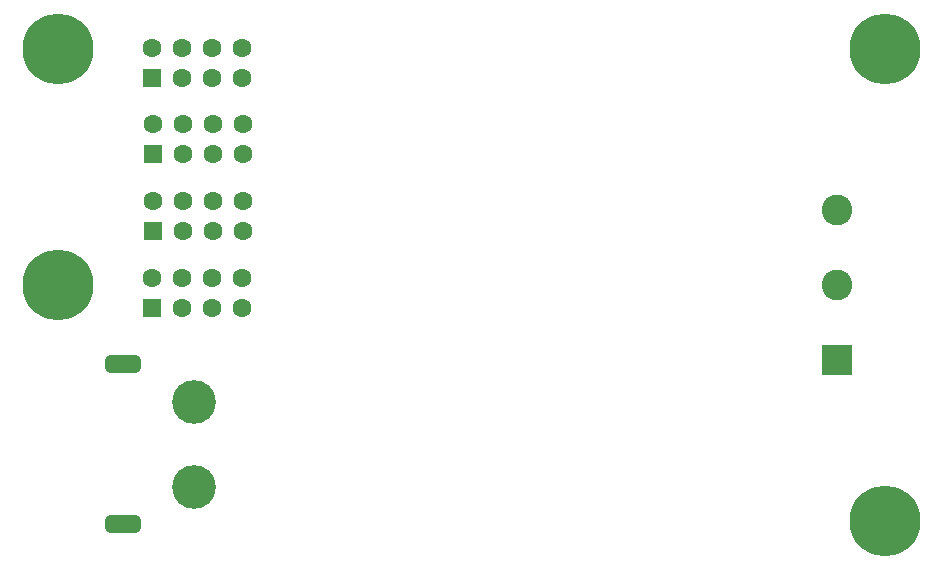
<source format=gbr>
G04*
G04 #@! TF.GenerationSoftware,Altium Limited,Altium Designer,24.10.1 (45)*
G04*
G04 Layer_Color=255*
%FSLAX25Y25*%
%MOIN*%
G70*
G04*
G04 #@! TF.SameCoordinates,CBAACD6F-12D9-4D4A-9EA7-E70620961981*
G04*
G04*
G04 #@! TF.FilePolarity,Positive*
G04*
G01*
G75*
%ADD57C,0.23622*%
%ADD58C,0.06299*%
%ADD59R,0.06299X0.06299*%
%ADD60R,0.10236X0.10236*%
%ADD61C,0.10236*%
%ADD62C,0.14567*%
G04:AMPARAMS|DCode=63|XSize=59.06mil|YSize=118.11mil|CornerRadius=14.76mil|HoleSize=0mil|Usage=FLASHONLY|Rotation=90.000|XOffset=0mil|YOffset=0mil|HoleType=Round|Shape=RoundedRectangle|*
%AMROUNDEDRECTD63*
21,1,0.05906,0.08858,0,0,90.0*
21,1,0.02953,0.11811,0,0,90.0*
1,1,0.02953,0.04429,0.01476*
1,1,0.02953,0.04429,-0.01476*
1,1,0.02953,-0.04429,-0.01476*
1,1,0.02953,-0.04429,0.01476*
%
%ADD63ROUNDEDRECTD63*%
D57*
X19685Y177165D02*
D03*
Y98425D02*
D03*
X295276Y177165D02*
D03*
Y19685D02*
D03*
D58*
X51181Y100551D02*
D03*
X81181D02*
D03*
X61181D02*
D03*
X71181D02*
D03*
X81181Y90551D02*
D03*
X61181D02*
D03*
X71181D02*
D03*
X71282Y141991D02*
D03*
X61282D02*
D03*
X81282D02*
D03*
X71282Y151991D02*
D03*
X61282D02*
D03*
X81282D02*
D03*
X51282D02*
D03*
X71282Y116400D02*
D03*
X61282D02*
D03*
X81282D02*
D03*
X71282Y126400D02*
D03*
X61282D02*
D03*
X81282D02*
D03*
X51282D02*
D03*
X71181Y167323D02*
D03*
X61181D02*
D03*
X81181D02*
D03*
X71181Y177323D02*
D03*
X61181D02*
D03*
X81181D02*
D03*
X51181D02*
D03*
D59*
Y90551D02*
D03*
X51282Y141991D02*
D03*
Y116400D02*
D03*
X51181Y167323D02*
D03*
D60*
X279528Y73425D02*
D03*
D61*
Y98425D02*
D03*
Y123425D02*
D03*
D62*
X64961Y31102D02*
D03*
Y59449D02*
D03*
D63*
X41339Y18701D02*
D03*
Y71850D02*
D03*
M02*

</source>
